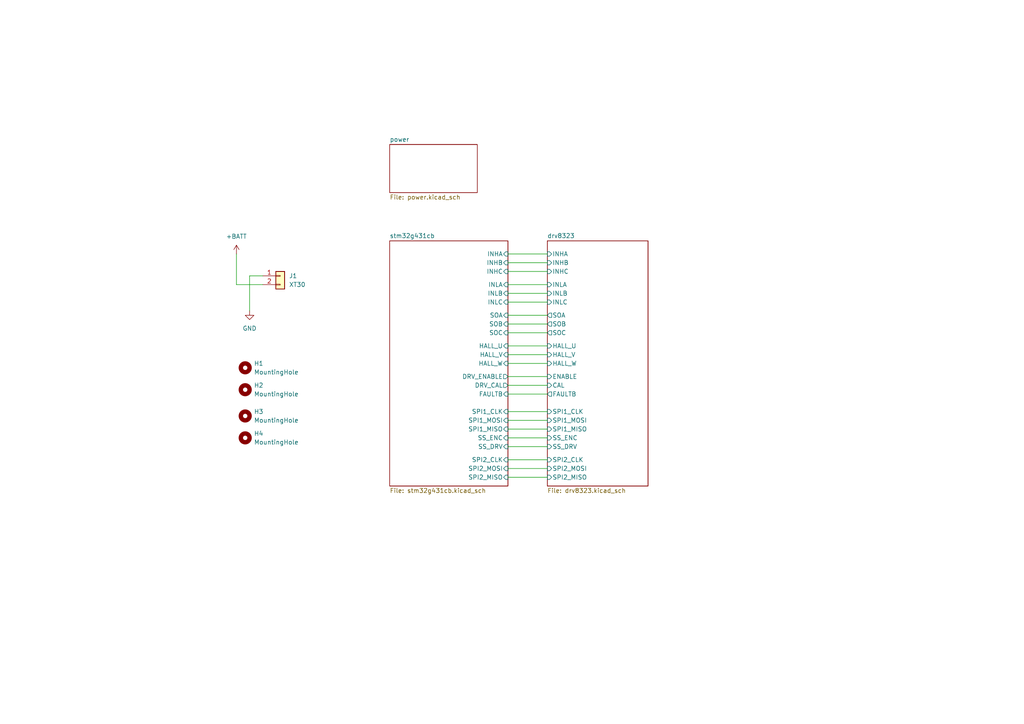
<source format=kicad_sch>
(kicad_sch (version 20231120) (generator "eeschema") (generator_version "8.0")
  (paper "A4")
  (lib_symbols
    (symbol "Connector_Generic:Conn_01x02" (pin_names (offset 1.016) hide)
      (property "Reference" "J" (at 0 2.54 0))
      (property "Value" "Conn_01x02" (at 0 -5.08 0))
      (symbol "Conn_01x02_1_1"
        (rectangle (start -1.27 -2.413) (end 0 -2.667) (stroke (width 0.1524)))
        (rectangle (start -1.27 0.127) (end 0 -0.127) (stroke (width 0.1524)))
        (rectangle (start -1.27 1.27) (end 1.27 -3.81) (stroke (width 0.254)) (fill (type background)))
        (pin passive line (at -5.08 0 0) (length 3.81) (name "Pin_1") (number "1"))
        (pin passive line (at -5.08 -2.54 0) (length 3.81) (name "Pin_2") (number "2"))
      )
    )
    (symbol "Mechanical:MountingHole" (pin_names (offset 1.016))
      (property "Reference" "H" (at 0 5.08 0))
      (property "Value" "MountingHole" (at 0 3.175 0))
      (symbol "MountingHole_0_1"
        (circle (center 0 0) (radius 1.27) (stroke (width 1.27)))
      )
    )
    (symbol "power:+BATT" (power) (pin_names (offset 0))
      (property "Value" "+BATT" (at 0 3.556 0))
      (symbol "+BATT_0_1"
        (polyline (pts (xy -0.762 1.27) (xy 0 2.54)))
        (polyline (pts (xy 0 0) (xy 0 2.54)))
        (polyline (pts (xy 0 2.54) (xy 0.762 1.27)))
      )
      (symbol "+BATT_1_1"
        (pin power_in line (at 0 0 90) (length 0) hide (name "+BATT") (number "1"))
      )
    )
    (symbol "power:GND" (power) (pin_names (offset 0))
      (property "Value" "GND" (at 0 -3.81 0))
      (symbol "GND_0_1"
        (polyline (pts (xy 0 0) (xy 0 -1.27) (xy 1.27 -1.27) (xy 0 -2.54) (xy -1.27 -1.27) (xy 0 -1.27)))
      )
      (symbol "GND_1_1"
        (pin power_in line (at 0 0 270) (length 0) hide (name "GND") (number "1"))
      )
    )
  )
  (wire (pts (xy 147.32 114.3) (xy 158.75 114.3)))
  (wire (pts (xy 147.32 138.43) (xy 158.75 138.43)))
  (wire (pts (xy 147.32 102.87) (xy 158.75 102.87)))
  (wire (pts (xy 68.58 73.66) (xy 68.58 82.55)))
  (wire (pts (xy 147.32 82.55) (xy 158.75 82.55)))
  (wire (pts (xy 147.32 93.98) (xy 158.75 93.98)))
  (wire (pts (xy 147.32 124.46) (xy 158.75 124.46)))
  (wire (pts (xy 147.32 133.35) (xy 158.75 133.35)))
  (wire (pts (xy 147.32 127) (xy 158.75 127)))
  (wire (pts (xy 147.32 119.38) (xy 158.75 119.38)))
  (wire (pts (xy 76.2 80.01) (xy 72.39 80.01)))
  (wire (pts (xy 72.39 80.01) (xy 72.39 90.17)))
  (wire (pts (xy 147.32 73.66) (xy 158.75 73.66)))
  (wire (pts (xy 147.32 85.09) (xy 158.75 85.09)))
  (wire (pts (xy 147.32 135.89) (xy 158.75 135.89)))
  (wire (pts (xy 147.32 109.22) (xy 158.75 109.22)))
  (wire (pts (xy 76.2 82.55) (xy 68.58 82.55)))
  (wire (pts (xy 147.32 111.76) (xy 158.75 111.76)))
  (wire (pts (xy 147.32 87.63) (xy 158.75 87.63)))
  (wire (pts (xy 147.32 105.41) (xy 158.75 105.41)))
  (wire (pts (xy 147.32 121.92) (xy 158.75 121.92)))
  (wire (pts (xy 147.32 129.54) (xy 158.75 129.54)))
  (wire (pts (xy 147.32 78.74) (xy 158.75 78.74)))
  (wire (pts (xy 147.32 76.2) (xy 158.75 76.2)))
  (wire (pts (xy 147.32 96.52) (xy 158.75 96.52)))
  (wire (pts (xy 147.32 91.44) (xy 158.75 91.44)))
  (wire (pts (xy 147.32 100.33) (xy 158.75 100.33)))
  (symbol (lib_id "Mechanical:MountingHole") (at 71.12 106.68 0) (unit 1)
    (property "Reference" "H1" (at 73.66 105.4099 0) (effects (justify left)))
    (property "Value" "MountingHole" (at 73.66 107.9499 0) (effects (justify left)))
    (property "Footprint" "MountingHole:MountingHole_3.2mm_M3_Pad_TopBottom" (effects (hide yes)))
  )
  (symbol (lib_id "Connector_Generic:Conn_01x02") (at 81.28 80.01 0) (unit 1)
    (property "Reference" "J1" (at 83.82 80.0099 0) (effects (justify left)))
    (property "Value" "XT30" (at 83.82 82.5499 0) (effects (justify left)))
    (property "Footprint" "Connector_AMASS:AMASS_XT30U-F_1x02_P5.0mm_Vertical" (effects (hide yes)))
    (property "Description" "Generic connector, single row, 01x02, script generated (kicad-library-utils/schlib/autogen/connector/)" (effects (hide yes)))
  )
  (symbol (lib_id "Mechanical:MountingHole") (at 71.12 127 0) (unit 1)
    (property "Reference" "H4" (at 73.66 125.7299 0) (effects (justify left)))
    (property "Value" "MountingHole" (at 73.66 128.2699 0) (effects (justify left)))
    (property "Footprint" "MountingHole:MountingHole_3.2mm_M3_Pad_TopBottom" (effects (hide yes)))
  )
  (symbol (lib_id "power:+BATT") (at 68.58 73.66 0) (unit 1)
    (property "Reference" "#PWR01" (effects (hide yes)))
    (property "Value" "+BATT" (at 68.58 68.58 0))
  )
  (symbol (lib_id "Mechanical:MountingHole") (at 71.12 120.65 0) (unit 1)
    (property "Reference" "H3" (at 73.66 119.3799 0) (effects (justify left)))
    (property "Value" "MountingHole" (at 73.66 121.9199 0) (effects (justify left)))
    (property "Footprint" "MountingHole:MountingHole_3.2mm_M3_Pad_TopBottom" (effects (hide yes)))
  )
  (symbol (lib_id "Mechanical:MountingHole") (at 71.12 113.03 0) (unit 1)
    (property "Reference" "H2" (at 73.66 111.7599 0) (effects (justify left)))
    (property "Value" "MountingHole" (at 73.66 114.2999 0) (effects (justify left)))
    (property "Footprint" "MountingHole:MountingHole_3.2mm_M3_Pad_TopBottom" (effects (hide yes)))
  )
  (symbol (lib_id "power:GND") (at 72.39 90.17 0) (unit 1)
    (property "Reference" "#PWR02" (effects (hide yes)))
    (property "Value" "GND" (at 72.39 95.25 0))
  )
  (sheet (at 113.03 69.85) (size 34.29 71.12) (stroke (width 0.1524))
    (property "Sheetname" "stm32g431cb" (at 113.03 69.1384 0) (effects (justify left bottom)))
    (property "Sheetfile" "stm32g431cb.kicad_sch" (at 113.03 141.5546 0) (effects (justify left top)))
    (pin "HALL_U" input (at 147.32 100.33 0))
    (pin "SS_ENC" input (at 147.32 127 0))
    (pin "HALL_V" input (at 147.32 102.87 0))
    (pin "HALL_W" input (at 147.32 105.41 0))
    (pin "SPI1_CLK" input (at 147.32 119.38 0))
    (pin "SPI1_MOSI" input (at 147.32 121.92 0))
    (pin "SS_DRV" input (at 147.32 129.54 0))
    (pin "SPI1_MISO" input (at 147.32 124.46 0))
    (pin "FAULTB" input (at 147.32 114.3 0))
    (pin "DRV_ENABLE" output (at 147.32 109.22 0))
    (pin "SOC" input (at 147.32 96.52 0))
    (pin "SOB" input (at 147.32 93.98 0))
    (pin "DRV_CAL" output (at 147.32 111.76 0))
    (pin "INHC" input (at 147.32 78.74 0))
    (pin "INHB" input (at 147.32 76.2 0))
    (pin "INHA" input (at 147.32 73.66 0))
    (pin "SOA" input (at 147.32 91.44 0))
    (pin "SPI2_MOSI" input (at 147.32 135.89 0))
    (pin "SPI2_CLK" input (at 147.32 133.35 0))
    (pin "SPI2_MISO" input (at 147.32 138.43 0))
    (pin "INLB" input (at 147.32 85.09 0))
    (pin "INLA" input (at 147.32 82.55 0))
    (pin "INLC" input (at 147.32 87.63 0))
  )
  (sheet (at 113.03 41.91) (size 25.4 13.97) (stroke (width 0.1524))
    (property "Sheetname" "power" (at 113.03 41.1984 0) (effects (justify left bottom)))
    (property "Sheetfile" "power.kicad_sch" (at 113.03 56.4646 0) (effects (justify left top)))
  )
  (sheet (at 158.75 69.85) (size 29.21 71.12) (stroke (width 0.1524))
    (property "Sheetname" "drv8323" (at 158.75 69.1384 0) (effects (justify left bottom)))
    (property "Sheetfile" "drv8323.kicad_sch" (at 158.75 141.5546 0) (effects (justify left top)))
    (pin "SS_ENC" input (at 158.75 127 180))
    (pin "SPI1_MISO" input (at 158.75 124.46 180))
    (pin "SPI1_MOSI" input (at 158.75 121.92 180))
    (pin "SPI1_CLK" input (at 158.75 119.38 180))
    (pin "HALL_W" input (at 158.75 105.41 180))
    (pin "HALL_U" input (at 158.75 100.33 180))
    (pin "HALL_V" input (at 158.75 102.87 180))
    (pin "INHC" input (at 158.75 78.74 180))
    (pin "INHB" input (at 158.75 76.2 180))
    (pin "INLC" input (at 158.75 87.63 180))
    (pin "SOA" output (at 158.75 91.44 180))
    (pin "FAULTB" output (at 158.75 114.3 180))
    (pin "SOB" output (at 158.75 93.98 180))
    (pin "SOC" output (at 158.75 96.52 180))
    (pin "INHA" input (at 158.75 73.66 180))
    (pin "INLA" input (at 158.75 82.55 180))
    (pin "CAL" input (at 158.75 111.76 180))
    (pin "SS_DRV" input (at 158.75 129.54 180))
    (pin "ENABLE" input (at 158.75 109.22 180))
    (pin "INLB" input (at 158.75 85.09 180))
    (pin "SPI2_MOSI" input (at 158.75 135.89 180))
    (pin "SPI2_CLK" input (at 158.75 133.35 180))
    (pin "SPI2_MISO" input (at 158.75 138.43 180))
  )
)
</source>
